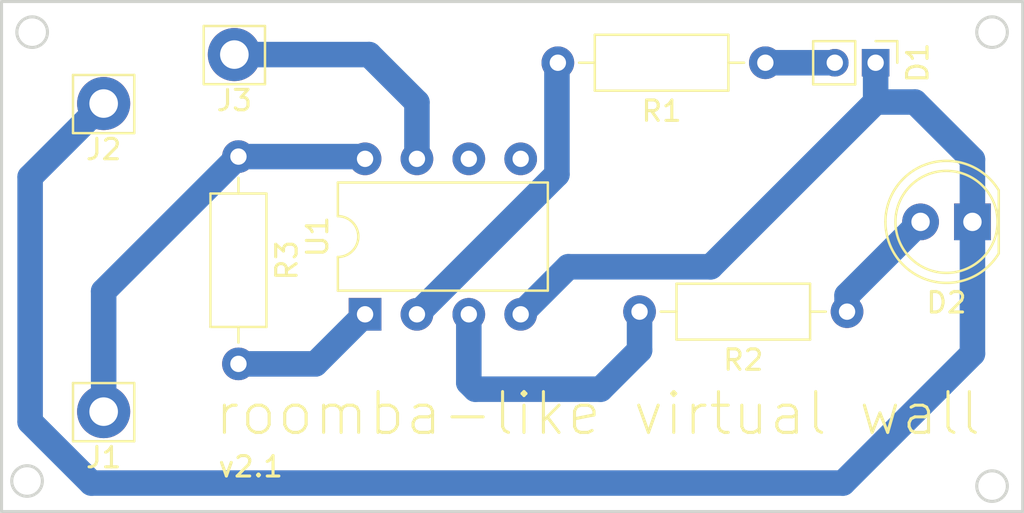
<source format=kicad_pcb>
(kicad_pcb (version 20171130) (host pcbnew 5.1.6-c6e7f7d~87~ubuntu18.04.1)

  (general
    (thickness 1.6)
    (drawings 11)
    (tracks 35)
    (zones 0)
    (modules 9)
    (nets 9)
  )

  (page A4)
  (layers
    (0 F.Cu signal hide)
    (31 B.Cu signal)
    (32 B.Adhes user hide)
    (33 F.Adhes user hide)
    (34 B.Paste user hide)
    (35 F.Paste user hide)
    (36 B.SilkS user hide)
    (37 F.SilkS user hide)
    (38 B.Mask user hide)
    (39 F.Mask user hide)
    (40 Dwgs.User user hide)
    (41 Cmts.User user hide)
    (42 Eco1.User user hide)
    (43 Eco2.User user hide)
    (44 Edge.Cuts user)
    (45 Margin user hide)
    (46 B.CrtYd user hide)
    (47 F.CrtYd user hide)
    (48 B.Fab user hide)
    (49 F.Fab user hide)
  )

  (setup
    (last_trace_width 0.3)
    (user_trace_width 0.5)
    (user_trace_width 1)
    (user_trace_width 1.25)
    (user_trace_width 2)
    (trace_clearance 0.35)
    (zone_clearance 0.508)
    (zone_45_only no)
    (trace_min 0.2)
    (via_size 0.8)
    (via_drill 0.4)
    (via_min_size 0.4)
    (via_min_drill 0.3)
    (uvia_size 0.3)
    (uvia_drill 0.1)
    (uvias_allowed no)
    (uvia_min_size 0.2)
    (uvia_min_drill 0.1)
    (edge_width 0.05)
    (segment_width 0.2)
    (pcb_text_width 0.3)
    (pcb_text_size 1.5 1.5)
    (mod_edge_width 0.12)
    (mod_text_size 1 1)
    (mod_text_width 0.15)
    (pad_size 1.524 1.524)
    (pad_drill 0.762)
    (pad_to_mask_clearance 0.05)
    (aux_axis_origin 0 0)
    (visible_elements FFFFFF7F)
    (pcbplotparams
      (layerselection 0x01000_fffffffe)
      (usegerberextensions false)
      (usegerberattributes true)
      (usegerberadvancedattributes true)
      (creategerberjobfile true)
      (excludeedgelayer true)
      (linewidth 0.100000)
      (plotframeref false)
      (viasonmask false)
      (mode 1)
      (useauxorigin false)
      (hpglpennumber 1)
      (hpglpenspeed 20)
      (hpglpendiameter 15.000000)
      (psnegative false)
      (psa4output false)
      (plotreference true)
      (plotvalue true)
      (plotinvisibletext false)
      (padsonsilk false)
      (subtractmaskfromsilk false)
      (outputformat 5)
      (mirror true)
      (drillshape 2)
      (scaleselection 1)
      (outputdirectory "./"))
  )

  (net 0 "")
  (net 1 "Net-(D1-Pad2)")
  (net 2 GND)
  (net 3 "Net-(D2-Pad2)")
  (net 4 +5V)
  (net 5 "Net-(R1-Pad2)")
  (net 6 "Net-(R2-Pad2)")
  (net 7 "Net-(J3-Pad1)")
  (net 8 "Net-(R3-Pad2)")

  (net_class Default "This is the default net class."
    (clearance 0.35)
    (trace_width 0.3)
    (via_dia 0.8)
    (via_drill 0.4)
    (uvia_dia 0.3)
    (uvia_drill 0.1)
    (add_net +5V)
    (add_net GND)
    (add_net "Net-(D1-Pad2)")
    (add_net "Net-(D2-Pad2)")
    (add_net "Net-(J3-Pad1)")
    (add_net "Net-(R1-Pad2)")
    (add_net "Net-(R2-Pad2)")
    (add_net "Net-(R3-Pad2)")
  )

  (module Package_DIP:DIP-8_W7.62mm (layer F.Cu) (tedit 5A02E8C5) (tstamp 5F1682E8)
    (at 37.8 35.33 90)
    (descr "8-lead though-hole mounted DIP package, row spacing 7.62 mm (300 mils)")
    (tags "THT DIP DIL PDIP 2.54mm 7.62mm 300mil")
    (path /5F1600B0)
    (fp_text reference U1 (at 3.81 -2.33 90) (layer F.SilkS)
      (effects (font (size 1 1) (thickness 0.15)))
    )
    (fp_text value ATtiny85-20PU (at 3.81 9.95 90) (layer F.Fab)
      (effects (font (size 1 1) (thickness 0.15)))
    )
    (fp_line (start 8.7 -1.55) (end -1.1 -1.55) (layer F.CrtYd) (width 0.05))
    (fp_line (start 8.7 9.15) (end 8.7 -1.55) (layer F.CrtYd) (width 0.05))
    (fp_line (start -1.1 9.15) (end 8.7 9.15) (layer F.CrtYd) (width 0.05))
    (fp_line (start -1.1 -1.55) (end -1.1 9.15) (layer F.CrtYd) (width 0.05))
    (fp_line (start 6.46 -1.33) (end 4.81 -1.33) (layer F.SilkS) (width 0.12))
    (fp_line (start 6.46 8.95) (end 6.46 -1.33) (layer F.SilkS) (width 0.12))
    (fp_line (start 1.16 8.95) (end 6.46 8.95) (layer F.SilkS) (width 0.12))
    (fp_line (start 1.16 -1.33) (end 1.16 8.95) (layer F.SilkS) (width 0.12))
    (fp_line (start 2.81 -1.33) (end 1.16 -1.33) (layer F.SilkS) (width 0.12))
    (fp_line (start 0.635 -0.27) (end 1.635 -1.27) (layer F.Fab) (width 0.1))
    (fp_line (start 0.635 8.89) (end 0.635 -0.27) (layer F.Fab) (width 0.1))
    (fp_line (start 6.985 8.89) (end 0.635 8.89) (layer F.Fab) (width 0.1))
    (fp_line (start 6.985 -1.27) (end 6.985 8.89) (layer F.Fab) (width 0.1))
    (fp_line (start 1.635 -1.27) (end 6.985 -1.27) (layer F.Fab) (width 0.1))
    (fp_text user %R (at 3.81 3.81 270) (layer F.Fab)
      (effects (font (size 1 1) (thickness 0.15)))
    )
    (fp_arc (start 3.81 -1.33) (end 2.81 -1.33) (angle -180) (layer F.SilkS) (width 0.12))
    (pad 8 thru_hole oval (at 7.62 0 90) (size 1.6 1.6) (drill 0.8) (layers *.Cu *.Mask)
      (net 4 +5V))
    (pad 4 thru_hole oval (at 0 7.62 90) (size 1.6 1.6) (drill 0.8) (layers *.Cu *.Mask)
      (net 2 GND))
    (pad 7 thru_hole oval (at 7.62 2.54 90) (size 1.6 1.6) (drill 0.8) (layers *.Cu *.Mask)
      (net 7 "Net-(J3-Pad1)"))
    (pad 3 thru_hole oval (at 0 5.08 90) (size 1.6 1.6) (drill 0.8) (layers *.Cu *.Mask)
      (net 6 "Net-(R2-Pad2)"))
    (pad 6 thru_hole oval (at 7.62 5.08 90) (size 1.6 1.6) (drill 0.8) (layers *.Cu *.Mask))
    (pad 2 thru_hole oval (at 0 2.54 90) (size 1.6 1.6) (drill 0.8) (layers *.Cu *.Mask)
      (net 5 "Net-(R1-Pad2)"))
    (pad 5 thru_hole oval (at 7.62 7.62 90) (size 1.6 1.6) (drill 0.8) (layers *.Cu *.Mask))
    (pad 1 thru_hole rect (at 0 0 90) (size 1.6 1.6) (drill 0.8) (layers *.Cu *.Mask)
      (net 8 "Net-(R3-Pad2)"))
    (model ${KISYS3DMOD}/Package_DIP.3dshapes/DIP-8_W7.62mm.wrl
      (at (xyz 0 0 0))
      (scale (xyz 1 1 1))
      (rotate (xyz 0 0 0))
    )
  )

  (module Resistor_THT:R_Axial_DIN0207_L6.3mm_D2.5mm_P10.16mm_Horizontal (layer F.Cu) (tedit 5AE5139B) (tstamp 5F19F36C)
    (at 31.6 27.6 270)
    (descr "Resistor, Axial_DIN0207 series, Axial, Horizontal, pin pitch=10.16mm, 0.25W = 1/4W, length*diameter=6.3*2.5mm^2, http://cdn-reichelt.de/documents/datenblatt/B400/1_4W%23YAG.pdf")
    (tags "Resistor Axial_DIN0207 series Axial Horizontal pin pitch 10.16mm 0.25W = 1/4W length 6.3mm diameter 2.5mm")
    (path /5F1ADB90)
    (fp_text reference R3 (at 5.08 -2.37 90) (layer F.SilkS)
      (effects (font (size 1 1) (thickness 0.15)))
    )
    (fp_text value 10K (at 5.08 2.37 90) (layer F.Fab)
      (effects (font (size 1 1) (thickness 0.15)))
    )
    (fp_line (start 1.93 -1.25) (end 1.93 1.25) (layer F.Fab) (width 0.1))
    (fp_line (start 1.93 1.25) (end 8.23 1.25) (layer F.Fab) (width 0.1))
    (fp_line (start 8.23 1.25) (end 8.23 -1.25) (layer F.Fab) (width 0.1))
    (fp_line (start 8.23 -1.25) (end 1.93 -1.25) (layer F.Fab) (width 0.1))
    (fp_line (start 0 0) (end 1.93 0) (layer F.Fab) (width 0.1))
    (fp_line (start 10.16 0) (end 8.23 0) (layer F.Fab) (width 0.1))
    (fp_line (start 1.81 -1.37) (end 1.81 1.37) (layer F.SilkS) (width 0.12))
    (fp_line (start 1.81 1.37) (end 8.35 1.37) (layer F.SilkS) (width 0.12))
    (fp_line (start 8.35 1.37) (end 8.35 -1.37) (layer F.SilkS) (width 0.12))
    (fp_line (start 8.35 -1.37) (end 1.81 -1.37) (layer F.SilkS) (width 0.12))
    (fp_line (start 1.04 0) (end 1.81 0) (layer F.SilkS) (width 0.12))
    (fp_line (start 9.12 0) (end 8.35 0) (layer F.SilkS) (width 0.12))
    (fp_line (start -1.05 -1.5) (end -1.05 1.5) (layer F.CrtYd) (width 0.05))
    (fp_line (start -1.05 1.5) (end 11.21 1.5) (layer F.CrtYd) (width 0.05))
    (fp_line (start 11.21 1.5) (end 11.21 -1.5) (layer F.CrtYd) (width 0.05))
    (fp_line (start 11.21 -1.5) (end -1.05 -1.5) (layer F.CrtYd) (width 0.05))
    (fp_text user %R (at 5.08 0 90) (layer F.Fab)
      (effects (font (size 1 1) (thickness 0.15)))
    )
    (pad 2 thru_hole oval (at 10.16 0 270) (size 1.6 1.6) (drill 0.8) (layers *.Cu *.Mask)
      (net 8 "Net-(R3-Pad2)"))
    (pad 1 thru_hole circle (at 0 0 270) (size 1.6 1.6) (drill 0.8) (layers *.Cu *.Mask)
      (net 4 +5V))
    (model ${KISYS3DMOD}/Resistor_THT.3dshapes/R_Axial_DIN0207_L6.3mm_D2.5mm_P10.16mm_Horizontal.wrl
      (at (xyz 0 0 0))
      (scale (xyz 1 1 1))
      (rotate (xyz 0 0 0))
    )
  )

  (module Resistor_THT:R_Axial_DIN0207_L6.3mm_D2.5mm_P10.16mm_Horizontal (layer F.Cu) (tedit 5AE5139B) (tstamp 5F19F1EE)
    (at 61.4 35.2 180)
    (descr "Resistor, Axial_DIN0207 series, Axial, Horizontal, pin pitch=10.16mm, 0.25W = 1/4W, length*diameter=6.3*2.5mm^2, http://cdn-reichelt.de/documents/datenblatt/B400/1_4W%23YAG.pdf")
    (tags "Resistor Axial_DIN0207 series Axial Horizontal pin pitch 10.16mm 0.25W = 1/4W length 6.3mm diameter 2.5mm")
    (path /5F161C68)
    (fp_text reference R2 (at 5.08 -2.37) (layer F.SilkS)
      (effects (font (size 1 1) (thickness 0.15)))
    )
    (fp_text value 47 (at 5.08 2.37) (layer F.Fab)
      (effects (font (size 1 1) (thickness 0.15)))
    )
    (fp_line (start 1.93 -1.25) (end 1.93 1.25) (layer F.Fab) (width 0.1))
    (fp_line (start 1.93 1.25) (end 8.23 1.25) (layer F.Fab) (width 0.1))
    (fp_line (start 8.23 1.25) (end 8.23 -1.25) (layer F.Fab) (width 0.1))
    (fp_line (start 8.23 -1.25) (end 1.93 -1.25) (layer F.Fab) (width 0.1))
    (fp_line (start 0 0) (end 1.93 0) (layer F.Fab) (width 0.1))
    (fp_line (start 10.16 0) (end 8.23 0) (layer F.Fab) (width 0.1))
    (fp_line (start 1.81 -1.37) (end 1.81 1.37) (layer F.SilkS) (width 0.12))
    (fp_line (start 1.81 1.37) (end 8.35 1.37) (layer F.SilkS) (width 0.12))
    (fp_line (start 8.35 1.37) (end 8.35 -1.37) (layer F.SilkS) (width 0.12))
    (fp_line (start 8.35 -1.37) (end 1.81 -1.37) (layer F.SilkS) (width 0.12))
    (fp_line (start 1.04 0) (end 1.81 0) (layer F.SilkS) (width 0.12))
    (fp_line (start 9.12 0) (end 8.35 0) (layer F.SilkS) (width 0.12))
    (fp_line (start -1.05 -1.5) (end -1.05 1.5) (layer F.CrtYd) (width 0.05))
    (fp_line (start -1.05 1.5) (end 11.21 1.5) (layer F.CrtYd) (width 0.05))
    (fp_line (start 11.21 1.5) (end 11.21 -1.5) (layer F.CrtYd) (width 0.05))
    (fp_line (start 11.21 -1.5) (end -1.05 -1.5) (layer F.CrtYd) (width 0.05))
    (fp_text user %R (at 5.08 0) (layer F.Fab)
      (effects (font (size 1 1) (thickness 0.15)))
    )
    (pad 2 thru_hole oval (at 10.16 0 180) (size 1.6 1.6) (drill 0.8) (layers *.Cu *.Mask)
      (net 6 "Net-(R2-Pad2)"))
    (pad 1 thru_hole circle (at 0 0 180) (size 1.6 1.6) (drill 0.8) (layers *.Cu *.Mask)
      (net 3 "Net-(D2-Pad2)"))
    (model ${KISYS3DMOD}/Resistor_THT.3dshapes/R_Axial_DIN0207_L6.3mm_D2.5mm_P10.16mm_Horizontal.wrl
      (at (xyz 0 0 0))
      (scale (xyz 1 1 1))
      (rotate (xyz 0 0 0))
    )
  )

  (module Resistor_THT:R_Axial_DIN0207_L6.3mm_D2.5mm_P10.16mm_Horizontal (layer F.Cu) (tedit 5AE5139B) (tstamp 5F1710E1)
    (at 57.4 23 180)
    (descr "Resistor, Axial_DIN0207 series, Axial, Horizontal, pin pitch=10.16mm, 0.25W = 1/4W, length*diameter=6.3*2.5mm^2, http://cdn-reichelt.de/documents/datenblatt/B400/1_4W%23YAG.pdf")
    (tags "Resistor Axial_DIN0207 series Axial Horizontal pin pitch 10.16mm 0.25W = 1/4W length 6.3mm diameter 2.5mm")
    (path /5F160EF9)
    (fp_text reference R1 (at 5.08 -2.37) (layer F.SilkS)
      (effects (font (size 1 1) (thickness 0.15)))
    )
    (fp_text value 2.2K (at 5 -4) (layer F.Fab)
      (effects (font (size 1 1) (thickness 0.15)))
    )
    (fp_line (start 1.93 -1.25) (end 1.93 1.25) (layer F.Fab) (width 0.1))
    (fp_line (start 1.93 1.25) (end 8.23 1.25) (layer F.Fab) (width 0.1))
    (fp_line (start 8.23 1.25) (end 8.23 -1.25) (layer F.Fab) (width 0.1))
    (fp_line (start 8.23 -1.25) (end 1.93 -1.25) (layer F.Fab) (width 0.1))
    (fp_line (start 0 0) (end 1.93 0) (layer F.Fab) (width 0.1))
    (fp_line (start 10.16 0) (end 8.23 0) (layer F.Fab) (width 0.1))
    (fp_line (start 1.81 -1.37) (end 1.81 1.37) (layer F.SilkS) (width 0.12))
    (fp_line (start 1.81 1.37) (end 8.35 1.37) (layer F.SilkS) (width 0.12))
    (fp_line (start 8.35 1.37) (end 8.35 -1.37) (layer F.SilkS) (width 0.12))
    (fp_line (start 8.35 -1.37) (end 1.81 -1.37) (layer F.SilkS) (width 0.12))
    (fp_line (start 1.04 0) (end 1.81 0) (layer F.SilkS) (width 0.12))
    (fp_line (start 9.12 0) (end 8.35 0) (layer F.SilkS) (width 0.12))
    (fp_line (start -1.05 -1.5) (end -1.05 1.5) (layer F.CrtYd) (width 0.05))
    (fp_line (start -1.05 1.5) (end 11.21 1.5) (layer F.CrtYd) (width 0.05))
    (fp_line (start 11.21 1.5) (end 11.21 -1.5) (layer F.CrtYd) (width 0.05))
    (fp_line (start 11.21 -1.5) (end -1.05 -1.5) (layer F.CrtYd) (width 0.05))
    (fp_text user %R (at 5.08 0) (layer F.Fab)
      (effects (font (size 1 1) (thickness 0.15)))
    )
    (pad 2 thru_hole oval (at 10.16 0 180) (size 1.6 1.6) (drill 0.8) (layers *.Cu *.Mask)
      (net 5 "Net-(R1-Pad2)"))
    (pad 1 thru_hole circle (at 0 0 180) (size 1.6 1.6) (drill 0.8) (layers *.Cu *.Mask)
      (net 1 "Net-(D1-Pad2)"))
    (model ${KISYS3DMOD}/Resistor_THT.3dshapes/R_Axial_DIN0207_L6.3mm_D2.5mm_P10.16mm_Horizontal.wrl
      (at (xyz 0 0 0))
      (scale (xyz 1 1 1))
      (rotate (xyz 0 0 0))
    )
  )

  (module Connector_PinHeader_2.00mm:PinHeader_1x02_P2.00mm_Vertical (layer F.Cu) (tedit 59FED667) (tstamp 5F16825E)
    (at 62.8 23 270)
    (descr "Through hole straight pin header, 1x02, 2.00mm pitch, single row")
    (tags "Through hole pin header THT 1x02 2.00mm single row")
    (path /5F162297)
    (fp_text reference D1 (at 0 -2.06 90) (layer F.SilkS)
      (effects (font (size 1 1) (thickness 0.15)))
    )
    (fp_text value LED (at 0 4.06 90) (layer F.Fab)
      (effects (font (size 1 1) (thickness 0.15)))
    )
    (fp_line (start -0.5 -1) (end 1 -1) (layer F.Fab) (width 0.1))
    (fp_line (start 1 -1) (end 1 3) (layer F.Fab) (width 0.1))
    (fp_line (start 1 3) (end -1 3) (layer F.Fab) (width 0.1))
    (fp_line (start -1 3) (end -1 -0.5) (layer F.Fab) (width 0.1))
    (fp_line (start -1 -0.5) (end -0.5 -1) (layer F.Fab) (width 0.1))
    (fp_line (start -1.06 3.06) (end 1.06 3.06) (layer F.SilkS) (width 0.12))
    (fp_line (start -1.06 1) (end -1.06 3.06) (layer F.SilkS) (width 0.12))
    (fp_line (start 1.06 1) (end 1.06 3.06) (layer F.SilkS) (width 0.12))
    (fp_line (start -1.06 1) (end 1.06 1) (layer F.SilkS) (width 0.12))
    (fp_line (start -1.06 0) (end -1.06 -1.06) (layer F.SilkS) (width 0.12))
    (fp_line (start -1.06 -1.06) (end 0 -1.06) (layer F.SilkS) (width 0.12))
    (fp_line (start -1.5 -1.5) (end -1.5 3.5) (layer F.CrtYd) (width 0.05))
    (fp_line (start -1.5 3.5) (end 1.5 3.5) (layer F.CrtYd) (width 0.05))
    (fp_line (start 1.5 3.5) (end 1.5 -1.5) (layer F.CrtYd) (width 0.05))
    (fp_line (start 1.5 -1.5) (end -1.5 -1.5) (layer F.CrtYd) (width 0.05))
    (fp_text user %R (at 0 1) (layer F.Fab)
      (effects (font (size 1 1) (thickness 0.15)))
    )
    (pad 2 thru_hole oval (at 0 2 270) (size 1.35 1.35) (drill 0.8) (layers *.Cu *.Mask)
      (net 1 "Net-(D1-Pad2)"))
    (pad 1 thru_hole rect (at 0 0 270) (size 1.35 1.35) (drill 0.8) (layers *.Cu *.Mask)
      (net 2 GND))
    (model ${KISYS3DMOD}/Connector_PinHeader_2.00mm.3dshapes/PinHeader_1x02_P2.00mm_Vertical.wrl
      (at (xyz 0 0 0))
      (scale (xyz 1 1 1))
      (rotate (xyz 0 0 0))
    )
  )

  (module Connector_Pin:Pin_D1.4mm_L8.5mm_W2.8mm_FlatFork (layer F.Cu) (tedit 5C89BF14) (tstamp 5F19E65F)
    (at 31.4 22.6)
    (descr "solder Pin_ with flat with fork, hole diameter 1.4mm, length 8.5mm, width 2.8mm, e.g. Ettinger 13.13.890, https://katalog.ettinger.de/#p=434")
    (tags "solder Pin_ with flat fork")
    (path /5F1B4AE2)
    (fp_text reference J3 (at 0 2.25) (layer F.SilkS)
      (effects (font (size 1 1) (thickness 0.15)))
    )
    (fp_text value "Battery Level" (at 7 -0.8) (layer F.Fab)
      (effects (font (size 1 1) (thickness 0.15)))
    )
    (fp_line (start 1.4 0.25) (end -1.4 0.25) (layer F.Fab) (width 0.1))
    (fp_line (start -1.4 -0.25) (end 1.4 -0.25) (layer F.Fab) (width 0.1))
    (fp_line (start -1.5 -1.4) (end 1.5 -1.4) (layer F.SilkS) (width 0.12))
    (fp_line (start 1.5 -1.4) (end 1.5 1.45) (layer F.SilkS) (width 0.12))
    (fp_line (start -1.5 -1.4) (end -1.5 1.45) (layer F.SilkS) (width 0.12))
    (fp_line (start -1.5 1.45) (end 1.5 1.45) (layer F.SilkS) (width 0.12))
    (fp_line (start 1.4 -0.25) (end 1.4 0.25) (layer F.Fab) (width 0.1))
    (fp_line (start -1.4 0.25) (end -1.4 -0.25) (layer F.Fab) (width 0.1))
    (fp_line (start -1.9 -1.8) (end 1.9 -1.8) (layer F.CrtYd) (width 0.05))
    (fp_line (start -1.9 -1.8) (end -1.9 1.8) (layer F.CrtYd) (width 0.05))
    (fp_line (start 1.9 1.8) (end 1.9 -1.8) (layer F.CrtYd) (width 0.05))
    (fp_line (start 1.9 1.8) (end -1.9 1.8) (layer F.CrtYd) (width 0.05))
    (fp_text user %R (at 0 2.25) (layer F.Fab)
      (effects (font (size 1 1) (thickness 0.15)))
    )
    (pad 1 thru_hole circle (at 0 0) (size 2.6 2.6) (drill 1.4) (layers *.Cu *.Mask)
      (net 7 "Net-(J3-Pad1)"))
    (model ${KISYS3DMOD}/Connector_Pin.3dshapes/Pin_D1.4mm_L8.5mm_W2.8mm_FlatFork.wrl
      (at (xyz 0 0 0))
      (scale (xyz 1 1 1))
      (rotate (xyz 0 0 0))
    )
  )

  (module Connector_Pin:Pin_D1.4mm_L8.5mm_W2.8mm_FlatFork (layer F.Cu) (tedit 5C89BF14) (tstamp 5F19F025)
    (at 25 25)
    (descr "solder Pin_ with flat with fork, hole diameter 1.4mm, length 8.5mm, width 2.8mm, e.g. Ettinger 13.13.890, https://katalog.ettinger.de/#p=434")
    (tags "solder Pin_ with flat fork")
    (path /5F1BC82A)
    (fp_text reference J2 (at 0 2.25) (layer F.SilkS)
      (effects (font (size 1 1) (thickness 0.15)))
    )
    (fp_text value GND (at 0 -2.05) (layer F.Fab)
      (effects (font (size 1 1) (thickness 0.15)))
    )
    (fp_line (start 1.4 0.25) (end -1.4 0.25) (layer F.Fab) (width 0.1))
    (fp_line (start -1.4 -0.25) (end 1.4 -0.25) (layer F.Fab) (width 0.1))
    (fp_line (start -1.5 -1.4) (end 1.5 -1.4) (layer F.SilkS) (width 0.12))
    (fp_line (start 1.5 -1.4) (end 1.5 1.45) (layer F.SilkS) (width 0.12))
    (fp_line (start -1.5 -1.4) (end -1.5 1.45) (layer F.SilkS) (width 0.12))
    (fp_line (start -1.5 1.45) (end 1.5 1.45) (layer F.SilkS) (width 0.12))
    (fp_line (start 1.4 -0.25) (end 1.4 0.25) (layer F.Fab) (width 0.1))
    (fp_line (start -1.4 0.25) (end -1.4 -0.25) (layer F.Fab) (width 0.1))
    (fp_line (start -1.9 -1.8) (end 1.9 -1.8) (layer F.CrtYd) (width 0.05))
    (fp_line (start -1.9 -1.8) (end -1.9 1.8) (layer F.CrtYd) (width 0.05))
    (fp_line (start 1.9 1.8) (end 1.9 -1.8) (layer F.CrtYd) (width 0.05))
    (fp_line (start 1.9 1.8) (end -1.9 1.8) (layer F.CrtYd) (width 0.05))
    (fp_text user %R (at 0 2.25) (layer F.Fab)
      (effects (font (size 1 1) (thickness 0.15)))
    )
    (pad 1 thru_hole circle (at 0 0) (size 2.6 2.6) (drill 1.4) (layers *.Cu *.Mask)
      (net 2 GND))
    (model ${KISYS3DMOD}/Connector_Pin.3dshapes/Pin_D1.4mm_L8.5mm_W2.8mm_FlatFork.wrl
      (at (xyz 0 0 0))
      (scale (xyz 1 1 1))
      (rotate (xyz 0 0 0))
    )
  )

  (module Connector_Pin:Pin_D1.4mm_L8.5mm_W2.8mm_FlatFork (layer F.Cu) (tedit 5C89BF14) (tstamp 5F19F732)
    (at 25 40.1)
    (descr "solder Pin_ with flat with fork, hole diameter 1.4mm, length 8.5mm, width 2.8mm, e.g. Ettinger 13.13.890, https://katalog.ettinger.de/#p=434")
    (tags "solder Pin_ with flat fork")
    (path /5F1B98F4)
    (fp_text reference J1 (at 0 2.25) (layer F.SilkS)
      (effects (font (size 1 1) (thickness 0.15)))
    )
    (fp_text value +5V (at 0 -2.05) (layer F.Fab)
      (effects (font (size 1 1) (thickness 0.15)))
    )
    (fp_line (start 1.4 0.25) (end -1.4 0.25) (layer F.Fab) (width 0.1))
    (fp_line (start -1.4 -0.25) (end 1.4 -0.25) (layer F.Fab) (width 0.1))
    (fp_line (start -1.5 -1.4) (end 1.5 -1.4) (layer F.SilkS) (width 0.12))
    (fp_line (start 1.5 -1.4) (end 1.5 1.45) (layer F.SilkS) (width 0.12))
    (fp_line (start -1.5 -1.4) (end -1.5 1.45) (layer F.SilkS) (width 0.12))
    (fp_line (start -1.5 1.45) (end 1.5 1.45) (layer F.SilkS) (width 0.12))
    (fp_line (start 1.4 -0.25) (end 1.4 0.25) (layer F.Fab) (width 0.1))
    (fp_line (start -1.4 0.25) (end -1.4 -0.25) (layer F.Fab) (width 0.1))
    (fp_line (start -1.9 -1.8) (end 1.9 -1.8) (layer F.CrtYd) (width 0.05))
    (fp_line (start -1.9 -1.8) (end -1.9 1.8) (layer F.CrtYd) (width 0.05))
    (fp_line (start 1.9 1.8) (end 1.9 -1.8) (layer F.CrtYd) (width 0.05))
    (fp_line (start 1.9 1.8) (end -1.9 1.8) (layer F.CrtYd) (width 0.05))
    (fp_text user %R (at 0 2.25) (layer F.Fab)
      (effects (font (size 1 1) (thickness 0.15)))
    )
    (pad 1 thru_hole circle (at 0 0) (size 2.6 2.6) (drill 1.4) (layers *.Cu *.Mask)
      (net 4 +5V))
    (model ${KISYS3DMOD}/Connector_Pin.3dshapes/Pin_D1.4mm_L8.5mm_W2.8mm_FlatFork.wrl
      (at (xyz 0 0 0))
      (scale (xyz 1 1 1))
      (rotate (xyz 0 0 0))
    )
  )

  (module LED_THT:LED_D5.0mm (layer F.Cu) (tedit 5995936A) (tstamp 5F19F23D)
    (at 67.54 30.8 180)
    (descr "LED, diameter 5.0mm, 2 pins, http://cdn-reichelt.de/documents/datenblatt/A500/LL-504BC2E-009.pdf")
    (tags "LED diameter 5.0mm 2 pins")
    (path /5F16286C)
    (fp_text reference D2 (at 1.27 -3.96) (layer F.SilkS)
      (effects (font (size 1 1) (thickness 0.15)))
    )
    (fp_text value "IR LED" (at 1.27 3.96) (layer F.Fab)
      (effects (font (size 1 1) (thickness 0.15)))
    )
    (fp_line (start 4.5 -3.25) (end -1.95 -3.25) (layer F.CrtYd) (width 0.05))
    (fp_line (start 4.5 3.25) (end 4.5 -3.25) (layer F.CrtYd) (width 0.05))
    (fp_line (start -1.95 3.25) (end 4.5 3.25) (layer F.CrtYd) (width 0.05))
    (fp_line (start -1.95 -3.25) (end -1.95 3.25) (layer F.CrtYd) (width 0.05))
    (fp_line (start -1.29 -1.545) (end -1.29 1.545) (layer F.SilkS) (width 0.12))
    (fp_line (start -1.23 -1.469694) (end -1.23 1.469694) (layer F.Fab) (width 0.1))
    (fp_circle (center 1.27 0) (end 3.77 0) (layer F.SilkS) (width 0.12))
    (fp_circle (center 1.27 0) (end 3.77 0) (layer F.Fab) (width 0.1))
    (fp_text user %R (at 1.25 0) (layer F.Fab)
      (effects (font (size 0.8 0.8) (thickness 0.2)))
    )
    (fp_arc (start 1.27 0) (end -1.29 1.54483) (angle -148.9) (layer F.SilkS) (width 0.12))
    (fp_arc (start 1.27 0) (end -1.29 -1.54483) (angle 148.9) (layer F.SilkS) (width 0.12))
    (fp_arc (start 1.27 0) (end -1.23 -1.469694) (angle 299.1) (layer F.Fab) (width 0.1))
    (pad 2 thru_hole circle (at 2.54 0 180) (size 1.8 1.8) (drill 0.9) (layers *.Cu *.Mask)
      (net 3 "Net-(D2-Pad2)"))
    (pad 1 thru_hole rect (at 0 0 180) (size 1.8 1.8) (drill 0.9) (layers *.Cu *.Mask)
      (net 2 GND))
    (model ${KISYS3DMOD}/LED_THT.3dshapes/LED_D5.0mm.wrl
      (at (xyz 0 0 0))
      (scale (xyz 1 1 1))
      (rotate (xyz 0 0 0))
    )
  )

  (gr_text v2.1 (at 32.2 42.8) (layer F.SilkS)
    (effects (font (size 1 1) (thickness 0.15)))
  )
  (gr_text "roomba-like virtual wall" (at 49.2 40.2) (layer F.SilkS)
    (effects (font (size 2 2) (thickness 0.15)))
  )
  (gr_line (start 20 45) (end 20 20) (layer Edge.Cuts) (width 0.15) (tstamp 5F19F4B1))
  (gr_line (start 70 45) (end 20 45) (layer Edge.Cuts) (width 0.15))
  (gr_line (start 70 20) (end 70 45) (layer Edge.Cuts) (width 0.15))
  (gr_line (start 20 20) (end 70 20) (layer Edge.Cuts) (width 0.15) (tstamp 5F1B0F47))
  (gr_text "roomba(like) Virtual Wall v2" (at 129.6 60.8) (layer Dwgs.User)
    (effects (font (size 1 1) (thickness 0.15) italic))
  )
  (gr_circle (center 21.5 21.5) (end 22.25 21.5) (layer Edge.Cuts) (width 0.15) (tstamp 5F168C78))
  (gr_circle (center 68.5 21.5) (end 69.25 21.5) (layer Edge.Cuts) (width 0.15))
  (gr_circle (center 68.5 43.75) (end 69.25 43.75) (layer Edge.Cuts) (width 0.15) (tstamp 5F168C78))
  (gr_circle (center 21.25 43.5) (end 22 43.5) (layer Edge.Cuts) (width 0.15) (tstamp 5F168C78))

  (segment (start 57.4 23) (end 60.8 23) (width 1.25) (layer B.Cu) (net 1))
  (segment (start 155.8 46.5) (end 155.74 46.44) (width 1.25) (layer F.Cu) (net 2))
  (segment (start 45.42 35.33) (end 47.75 33) (width 1.25) (layer B.Cu) (net 2))
  (segment (start 62.8 24.925) (end 62.8 23) (width 1.25) (layer B.Cu) (net 2))
  (segment (start 47.75 33) (end 54.725 33) (width 1.25) (layer B.Cu) (net 2))
  (segment (start 67.54 27.74) (end 67.54 30.8) (width 1.25) (layer B.Cu) (net 2))
  (segment (start 67.54 37.26) (end 67.54 30.8) (width 1.25) (layer B.Cu) (net 2))
  (segment (start 61.2 43.6) (end 67.54 37.26) (width 1.25) (layer B.Cu) (net 2))
  (segment (start 25 25) (end 21.4 28.6) (width 1.25) (layer B.Cu) (net 2))
  (segment (start 24.4 43.6) (end 61.2 43.6) (width 1.25) (layer B.Cu) (net 2))
  (segment (start 21.4 40.6) (end 24.4 43.6) (width 1.25) (layer B.Cu) (net 2))
  (segment (start 21.4 28.6) (end 21.4 40.6) (width 1.25) (layer B.Cu) (net 2))
  (segment (start 54.725 33) (end 62.8 24.925) (width 1.25) (layer B.Cu) (net 2))
  (segment (start 64.725 24.925) (end 67.54 27.74) (width 1.25) (layer B.Cu) (net 2))
  (segment (start 62.8 24.925) (end 64.725 24.925) (width 1.25) (layer B.Cu) (net 2))
  (segment (start 61.4 34.4) (end 65 30.8) (width 1.25) (layer B.Cu) (net 3))
  (segment (start 61.4 35.2) (end 61.4 34.4) (width 1.25) (layer B.Cu) (net 3))
  (segment (start 37.69 27.6) (end 37.8 27.71) (width 1.25) (layer B.Cu) (net 4))
  (segment (start 31.6 27.6) (end 37.69 27.6) (width 1.25) (layer B.Cu) (net 4))
  (segment (start 25 34.2) (end 31.6 27.6) (width 1.25) (layer B.Cu) (net 4))
  (segment (start 25 39.8) (end 25 34.2) (width 1.25) (layer B.Cu) (net 4) (tstamp 5F19F6D7))
  (segment (start 47.195001 23.044999) (end 47.24 23) (width 1.25) (layer B.Cu) (net 5))
  (segment (start 47.195001 28.474999) (end 47.195001 23.044999) (width 1.25) (layer B.Cu) (net 5))
  (segment (start 40.34 35.33) (end 47.195001 28.474999) (width 1.25) (layer B.Cu) (net 5))
  (segment (start 42.88 38.68) (end 42.88 35.33) (width 1.25) (layer B.Cu) (net 6))
  (segment (start 49.334999 39) (end 43.2 39) (width 1.25) (layer B.Cu) (net 6))
  (segment (start 51.24 35.2) (end 51.24 37.094999) (width 1.25) (layer B.Cu) (net 6))
  (segment (start 43.2 39) (end 42.88 38.68) (width 1.25) (layer B.Cu) (net 6))
  (segment (start 51.24 37.094999) (end 49.334999 39) (width 1.25) (layer B.Cu) (net 6))
  (segment (start 40.34 24.94) (end 40.34 27.71) (width 1.25) (layer B.Cu) (net 7))
  (segment (start 31.4 22.6) (end 38 22.6) (width 1.25) (layer B.Cu) (net 7))
  (segment (start 38 22.6) (end 40.34 24.94) (width 1.25) (layer B.Cu) (net 7))
  (segment (start 37.69 35.22) (end 37.8 35.33) (width 1.25) (layer B.Cu) (net 8))
  (segment (start 35.37 37.76) (end 37.8 35.33) (width 1.25) (layer B.Cu) (net 8))
  (segment (start 31.6 37.76) (end 35.37 37.76) (width 1.25) (layer B.Cu) (net 8))

)

</source>
